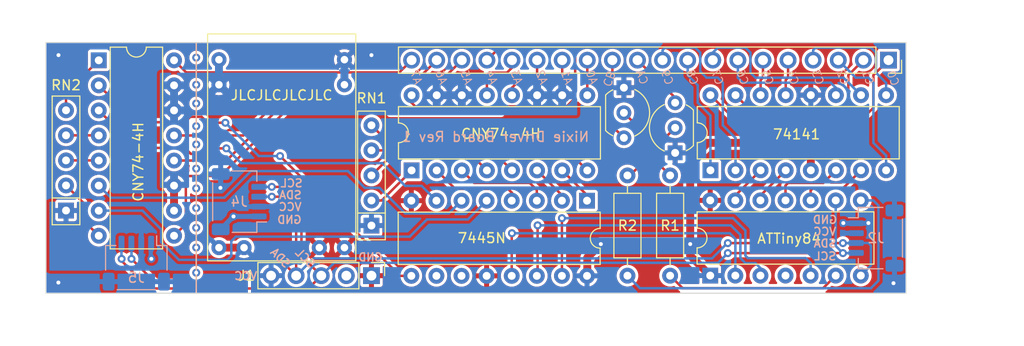
<source format=kicad_pcb>
(kicad_pcb (version 20221018) (generator pcbnew)
  (layers (0 "F.Cu" signal) (31 "B.Cu" signal) (34 "B.Paste" user) (35 "F.Paste" user) (36 "B.SilkS" user "B.Silkscreen") (37 "F.SilkS" user "F.Silkscreen") (38 "B.Mask" user) (39 "F.Mask" user) (44 "Edge.Cuts" user))
  (net 0 "")
  (net 1 "GND")
  (net 3 "/SCL")
  (net 4 "/SDA")
  (net 5 "VCC")
  (net 6 "/C0")
  (net 7 "/C1")
  (net 8 "/C2")
  (net 9 "/C3")
  (net 10 "/C4")
  (net 11 "/C5")
  (net 12 "/C6")
  (net 13 "/C7")
  (net 14 "/C8")
  (net 15 "/C9")
  (net 16 "/CA")
  (net 17 "/CB")
  (net 18 "/A0")
  (net 19 "/A1")
  (net 20 "/A2")
  (net 21 "/A3")
  (net 22 "/A4")
  (net 23 "/A5")
  (net 24 "/A6")
  (net 25 "/A7")
  (net 26 "Net-(Q1-Pad2)")
  (net 27 "Net-(Q2-Pad2)")
  (net 28 "/LHDP")
  (net 29 "/RHDP")
  (net 30 "/dig_0")
  (net 31 "/dig_1")
  (net 33 "/dig_2")
  (net 34 "/num_3")
  (net 35 "/num_2")
  (net 36 "/num_1")
  (net 37 "/num_0")
  (net 38 "/drv_A7")
  (net 39 "/drv_A6")
  (net 40 "/drv_A5")
  (net 41 "/drv_A4")
  (net 42 "/drv_A3")
  (net 43 "/drv_A2")
  (net 44 "/drv_A1")
  (net 45 "/drv_A0")
  (net 46 "HT")
  (net 47 "Net-(RN1-Pad2)")
  (net 48 "Net-(RN1-Pad3)")
  (net 49 "Net-(RN1-Pad4)")
  (net 50 "Net-(RN1-Pad5)")
  (net 51 "Net-(RN2-Pad2)")
  (net 52 "Net-(RN2-Pad3)")
  (net 53 "Net-(RN2-Pad4)")
  (net 54 "Net-(RN2-Pad5)")
  (footprint "Package_DIP:DIP-14_W7.62mm" (layer "F.Cu") (at 96.769 54.092 90)
    (fp_text reference "U1" hide)
    (fp_text value "ATtiny84-20P")
  )
  (footprint "Package_TO_SOT_THT:TO-92_Inline_Wide" (layer "F.Cu") (at 93.218 41.656 90)
    (fp_text reference "Q1" hide)
    (fp_text value "MPSA42")
  )
  (footprint "nixie-parts:small-hv-1.1" (layer "F.Cu") (at 53.4 41.1 180)
    (fp_text reference "U6" hide)
    (fp_text value "small-hv-1.1")
  )
  (footprint "Resistor_THT:R_Axial_DIN0207_L6.3mm_D2.5mm_P10.16mm_Horizontal" (layer "F.Cu") (at 88.392 54.102 90)
    (fp_text reference "R2")
    (fp_text value "100K")
  )
  (footprint "Package_DIP:DIP-16_W7.62mm" (layer "F.Cu") (at 34.886 32.273)
    (fp_text reference "U5" hide)
    (fp_text value "CNY74-4H")
  )
  (footprint "Resistor_THT:R_Array_SIP5" (layer "F.Cu") (at 31.574 47.498 90)
    (fp_text reference "RN2")
    (fp_text value "220")
  )
  (footprint "Package_DIP:DIP-16_W7.62mm" (layer "F.Cu") (at 96.789 43.424 90)
    (fp_text reference "U2" hide)
    (fp_text value "74141")
  )
  (footprint "Resistor_THT:R_Array_SIP5" (layer "F.Cu") (at 62.484 49.022 90)
    (fp_text reference "RN1")
    (fp_text value "220")
  )
  (footprint "Package_DIP:DIP-16_W7.62mm" (layer "F.Cu") (at 66.548 43.434 90)
    (fp_text reference "U4" hide)
    (fp_text value "CNY74-4H")
  )
  (footprint "Resistor_THT:R_Axial_DIN0207_L6.3mm_D2.5mm_P10.16mm_Horizontal" (layer "F.Cu") (at 92.71 54.102 90)
    (fp_text reference "R1")
    (fp_text value "100K")
  )
  (footprint "Package_DIP:DIP-16_W7.62mm" (layer "F.Cu") (at 84.3 46.5 -90)
    (fp_text reference "U3" hide)
    (fp_text value "7445")
  )
  (footprint "Connector_PinSocket_2.54mm:PinSocket_1x20_P2.54mm_Vertical" (layer "F.Cu") (at 114.808 32.258 -90)
    (fp_text reference "J3" hide)
    (fp_text value "Conn_01x20")
  )
  (footprint "Connector_PinHeader_2.54mm:PinHeader_1x05_P2.54mm_Vertical" (layer "F.Cu") (at 62.484 54.102 -90)
    (fp_text reference "J1")
    (fp_text value "Conn_01x05")
  )
  (footprint "Package_TO_SOT_THT:TO-92_Inline_Wide" (layer "F.Cu") (at 88.032 35.052 -90)
    (fp_text reference "Q2" hide)
    (fp_text value "MPSA42")
  )
  (footprint "Connector_JST:JST_SH_SM04B-SRSS-TB_1x04-1MP_P1.00mm_Horizontal" (layer "B.Cu") (at 49.1 46.6 90)
    (fp_text reference "J4")
    (fp_text value "Conn_01x04_MountingPin")
  )
  (footprint "Connector_JST:JST_SH_SM04B-SRSS-TB_1x04-1MP_P1.00mm_Horizontal" (layer "B.Cu") (at 38.686 52.832 180)
    (fp_text reference "J5")
    (fp_text value "Conn_01x04_MountingPin")
  )
  (footprint "Connector_JST:JST_SH_SM04B-SRSS-TB_1x04-1MP_P1.00mm_Horizontal" (layer "B.Cu") (at 113.538 50.292 -90)
    (fp_text reference "J2")
    (fp_text value "Conn_01x04_MountingPin")
  )
  (gr_line (start 44.75 54.75) (end 44.75 55.85) (stroke (width 0.12)) (layer "B.SilkS"))
  (gr_line (start 44.75 55.85) (end 44.75 30.5) (stroke (width 0.12)) (layer "B.SilkS"))
  (gr_line (start 44.75 55.85) (end 44.75 30.5) (stroke (width 0.12)) (layer "F.SilkS"))
  (gr_line (start 29.542 55.88) (end 101.6 55.88) (stroke (width 0.1)) (layer "Edge.Cuts"))
  (gr_line (start 116.586 55.88) (end 116.586 30.48) (stroke (width 0.1)) (layer "Edge.Cuts"))
  (gr_line (start 101.6 55.88) (end 116.586 55.88) (stroke (width 0.1)) (layer "Edge.Cuts"))
  (gr_line (start 29.542 30.48) (end 29.542 55.88) (stroke (width 0.1)) (layer "Edge.Cuts"))
  (gr_line (start 29.542 30.48) (end 101.6 30.48) (stroke (width 0.1)) (layer "Edge.Cuts"))
  (gr_line (start 116.586 30.48) (end 101.6 30.48) (stroke (width 0.1)) (layer "Edge.Cuts"))
  (gr_text "C8" (at 94.9452 33.9852 290) (layer "B.SilkS") (effects (font (size 0.8 0.8) (thickness 0.1)) (justify mirror)))
  (gr_text "C6" (at 100.0252 33.9852 290) (layer "B.SilkS") (effects (font (size 0.8 0.8) (thickness 0.1)) (justify mirror)))
  (gr_text "Nixie Driver Board Rev 1" (at 75.0316 40.0304) (layer "B.SilkS") (effects (font (size 1 1)) (justify mirror)))
  (gr_text "C4" (at 105.1052 33.9852 290) (layer "B.SilkS") (effects (font (size 0.8 0.8) (thickness 0.1)) (justify mirror)))
  (gr_text "SCL" (at 109.6 52.6) (layer "B.SilkS") (effects (font (size 0.8 0.8)) (justify left bottom mirror)))
  (gr_text "C5" (at 102.5652 33.9852 290) (layer "B.SilkS") (effects (font (size 0.8 0.8) (thickness 0.1)) (justify mirror)))
  (gr_text "A4" (at 74.6252 33.9852 290) (layer "B.SilkS") (effects (font (size 0.8 0.8) (thickness 0.1)) (justify mirror)))
  (gr_text "SCL" (at 56.3 53.5 -45) (layer "B.SilkS") (effects (font (size 0.8 0.8)) (justify left bottom mirror)))
  (gr_text "A1" (at 82.2452 33.9852 290) (layer "B.SilkS") (effects (font (size 0.8 0.8) (thickness 0.1)) (justify mirror)))
  (gr_text "VCC" (at 51 54.6) (layer "B.SilkS") (effects (font (size 0.8 0.8)) (justify left bottom mirror)))
  (gr_text "SDA" (at 53.8 53.5 -45) (layer "B.SilkS") (effects (font (size 0.8 0.8)) (justify left bottom mirror)))
  (gr_text "CB" (at 86.5124 34.1376 250) (layer "B.SilkS") (effects (font (size 0.8 0.8) (thickness 0.1)) (justify mirror)))
  (gr_text "VCC" (at 55.5 47.6) (layer "B.SilkS") (effects (font (size 0.8 0.8)) (justify left bottom mirror)))
  (gr_text "CA" (at 89.8652 33.9852 290) (layer "B.SilkS") (effects (font (size 0.8 0.8) (thickness 0.1)) (justify mirror)))
  (gr_text "C1" (at 112.7252 33.9852 290) (layer "B.SilkS") (effects (font (size 0.8 0.8) (thickness 0.1)) (justify mirror)))
  (gr_text "C0" (at 115.2652 34.0868 290) (layer "B.SilkS") (effects (font (size 0.8 0.8) (thickness 0.1)) (justify mirror)))
  (gr_text "A6" (at 69.5452 33.9852 290) (layer "B.SilkS") (effects (font (size 0.8 0.8) (thickness 0.1)) (justify mirror)))
  (gr_text "A5" (at 72.0852 33.9852 290) (layer "B.SilkS") (effects (font (size 0.8 0.8) (thickness 0.1)) (justify mirror)))
  (gr_text "GND" (at 63.7 52.7) (layer "B.SilkS") (effects (font (size 0.8 0.8)) (justify left bottom mirror)))
  (gr_text "A2" (at 79.7052 33.9852 290) (layer "B.SilkS") (effects (font (size 0.8 0.8) (thickness 0.1)) (justify mirror)))
  (gr_text "SDA" (at 55.5 46.4) (layer "B.SilkS") (effects (font (size 0.8 0.8)) (justify left bottom mirror)))
  (gr_text "C2" (at 110.1852 33.9852 290) (layer "B.SilkS") (effects (font (size 0.8 0.8) (thickness 0.1)) (justify mirror)))
  (gr_text "GND" (at 55.5 48.9) (layer "B.SilkS") (effects (font (size 0.8 0.8)) (justify left bottom mirror)))
  (gr_text "C9" (at 92.4052 33.9852 290) (layer "B.SilkS") (effects (font (size 0.8 0.8) (thickness 0.1)) (justify mirror)))
  (gr_text "VCC" (at 109.6 50.1) (layer "B.SilkS") (effects (font (size 0.8 0.8)) (justify left bottom mirror)))
  (gr_text "A3" (at 77.1652 33.9852 290) (layer "B.SilkS") (effects (font (size 0.8 0.8) (thickness 0.1)) (justify mirror)))
  (gr_text "C3" (at 107.6452 33.9852 290) (layer "B.SilkS") (effects (font (size 0.8 0.8) (thickness 0.1)) (justify mirror)))
  (gr_text "A0" (at 84.7852 33.9852 290) (layer "B.SilkS") (effects (font (size 0.8 0.8) (thickness 0.1)) (justify mirror)))
  (gr_text "GND" (at 109.7 48.9) (layer "B.SilkS") (effects (font (size 0.8 0.8)) (justify left bottom mirror)))
  (gr_text "C7" (at 97.4852 33.9852 290) (layer "B.SilkS") (effects (font (size 0.8 0.8) (thickness 0.1)) (justify mirror)))
  (gr_text "SCL" (at 55.6 45.2) (layer "B.SilkS") (effects (font (size 0.8 0.8)) (justify left bottom mirror)))
  (gr_text "A7" (at 67.0052 33.9852 290) (layer "B.SilkS") (effects (font (size 0.8 0.8) (thickness 0.1)) (justify mirror)))
  (gr_text "SDA" (at 109.6 51.3) (layer "B.SilkS") (effects (font (size 0.8 0.8)) (justify left bottom mirror)))
  (gr_text "ATTiny84" (at 104.7496 50.3428) (layer "F.SilkS") (effects (font (size 1 1))))
  (gr_text "CNY74-4H" (at 75.5904 39.7256) (layer "F.SilkS") (effects (font (size 1 1))))
  (gr_text "7445N" (at 73.65 50.292) (layer "F.SilkS") (effects (font (size 1 1))))
  (gr_text "74141" (at 105.5116 39.7764) (layer "F.SilkS") (effects (font (size 1 1))))
  (gr_text "JLCJLCJLCJLC" (at 48.15 36.4) (layer "F.SilkS") (effects (font (size 1 1)) (justify left bottom)))
  (gr_text "CNY74-4H" (at 38.8892 42.5704 90) (layer "F.SilkS") (effects (font (size 1 1))))
  (via (at 44.75 47.25) (size 0.8) (drill 0.4) (layers "F.Cu" "B.Cu") (net 0))
  (via (at 44.75 45.25) (size 0.8) (drill 0.4) (layers "F.Cu" "B.Cu") (net 0))
  (via (at 44.75 36.65) (size 0.8) (drill 0.4) (layers "F.Cu" "B.Cu") (net 0))
  (via (at 44.75 51.25) (size 0.8) (drill 0.4) (layers "F.Cu" "B.Cu") (net 0))
  (via (at 44.75 49.25) (size 0.8) (drill 0.4) (layers "F.Cu" "B.Cu") (net 0))
  (via (at 44.75 38.95) (size 0.8) (drill 0.4) (layers "F.Cu" "B.Cu") (net 0))
  (via (at 44.75 53.8) (size 0.8) (drill 0.4) (layers "F.Cu" "B.Cu") (net 0))
  (via (at 44.75 43.25) (size 0.8) (drill 0.4) (layers "F.Cu" "B.Cu") (net 0))
  (via (at 44.75 40.8) (size 0.8) (drill 0.4) (layers "F.Cu" "B.Cu") (net 0))
  (via (at 44.75 32) (size 0.8) (drill 0.4) (layers "F.Cu" "B.Cu") (net 0))
  (via (at 44.75 34.75) (size 0.8) (drill 0.4) (layers "F.Cu" "B.Cu") (net 0))
  (via (at 112.776 48.768) (size 0.8) (drill 0.4) (layers "F.Cu" "B.Cu") (net 1))
  (via (at 115.316 54.864) (size 0.8) (drill 0.4) (layers "F.Cu" "B.Cu") (net 1))
  (via (at 47.2 45.2) (size 0.8) (drill 0.4) (layers "F.Cu" "B.Cu") (net 1))
  (via (at 48.525 48.1) (size 0.8) (drill 0.4) (layers "F.Cu" "B.Cu") (net 1))
  (via (at 110.236 48.768) (size 0.8) (drill 0.4) (layers "F.Cu" "B.Cu") (net 1))
  (via (at 62.484 31.75) (size 0.8) (drill 0.4) (layers "F.Cu" "B.Cu") (net 1))
  (via (at 30.812 31.75) (size 0.8) (drill 0.4) (layers "F.Cu" "B.Cu") (net 1))
  (via (at 30.8 54.8) (size 0.8) (drill 0.4) (layers "F.Cu" "B.Cu") (net 1))
  (via (at 40.21 52.4) (size 0.8) (drill 0.4) (layers "F.Cu" "B.Cu") (net 1))
  (segment (start 111.538 48.792) (end 112.752 48.792) (width 0.25) (layer "B.Cu") (net 1))
  (segment (start 48.525 48.1) (end 47.225 49.4) (width 0.5) (layer "B.Cu") (net 1))
  (segment (start 47.225 43.8) (end 47.225 45.175) (width 0.5) (layer "B.Cu") (net 1))
  (segment (start 40.21 52.4) (end 40.21 50.856) (width 0.25) (layer "B.Cu") (net 1))
  (segment (start 59.75 32.21) (end 59.75 34.75) (width 0.8) (layer "B.Cu") (net 1))
  (segment (start 110.26 48.792) (end 110.236 48.768) (width 0.25) (layer "B.Cu") (net 1))
  (segment (start 111.538 48.792) (end 110.26 48.792) (width 0.25) (layer "B.Cu") (net 1))
  (segment (start 112.752 48.792) (end 112.776 48.768) (width 0.25) (layer "B.Cu") (net 1))
  (segment (start 40.21 50.856) (end 40.186 50.832) (width 0.25) (layer "B.Cu") (net 1))
  (segment (start 51.1 48.1) (end 48.525 48.1) (width 0.5) (layer "B.Cu") (net 1))
  (segment (start 47.225 45.175) (end 47.2 45.2) (width 0.5) (layer "B.Cu") (net 1))
  (segment (start 40 55.4) (end 56.106 55.4) (width 0.25) (layer "F.Cu") (net 3))
  (segment (start 37.200497 52.600497) (end 40 55.4) (width 0.25) (layer "F.Cu") (net 3))
  (segment (start 55.4 50.8) (end 55.4 46.4) (width 0.25) (layer "F.Cu") (net 3))
  (segment (start 54.3 45.3) (end 54.100497 45.100497) (width 0.25) (layer "F.Cu") (net 3))
  (segment (start 54.100497 45.100497) (end 52.4 45.100497) (width 0.25) (layer "F.Cu") (net 3))
  (segment (start 56.106 55.4) (end 57.404 54.102) (width 0.25) (layer "F.Cu") (net 3))
  (segment (start 55.4 52.098) (end 55.4 50.8) (width 0.25) (layer "F.Cu") (net 3))
  (segment (start 55.4 46.4) (end 54.3 45.3) (width 0.25) (layer "F.Cu") (net 3))
  (segment (start 98.552 51.816) (end 110.2 51.816) (width 0.25) (layer "F.Cu") (net 3))
  (segment (start 37.200497 52.4) (end 37.200497 52.600497) (width 0.25) (layer "F.Cu") (net 3))
  (segment (start 57.404 54.102) (end 55.4 52.098) (width 0.25) (layer "F.Cu") (net 3))
  (via (at 37.200497 52.4) (size 0.8) (drill 0.4) (layers "F.Cu" "B.Cu") (net 3))
  (via (at 52.4 45.100497) (size 0.8) (drill 0.4) (layers "F.Cu" "B.Cu") (net 3))
  (via (at 110.2 51.816) (size 0.8) (drill 0.4) (layers "F.Cu" "B.Cu") (net 3))
  (via (at 98.552 51.816) (size 0.8) (drill 0.4) (layers "F.Cu" "B.Cu") (net 3))
  (segment (start 110.190695 51.816) (end 109.469 51.094305) (width 0.25) (layer "B.Cu") (net 3))
  (segment (start 37.200497 52.4) (end 37.186 52.385503) (width 0.25) (layer "B.Cu") (net 3))
  (segment (start 51.100497 45.100497) (end 51.1 45.1) (width 0.25) (layer "B.Cu") (net 3))
  (segment (start 111.514 51.816) (end 111.538 51.792) (width 0.25) (layer "B.Cu") (net 3))
  (segment (start 58.706 52.8) (end 97.568 52.8) (width 0.25) (layer "B.Cu") (net 3))
  (segment (start 37.186 52.385503) (end 37.186 50.832) (width 0.25) (layer "B.Cu") (net 3))
  (segment (start 52.4 45.100497) (end 51.100497 45.100497) (width 0.25) (layer "B.Cu") (net 3))
  (segment (start 110.2 51.816) (end 111.514 51.816) (width 0.25) (layer "B.Cu") (net 3))
  (segment (start 57.404 54.102) (end 58.706 52.8) (width 0.25) (layer "B.Cu") (net 3))
  (segment (start 110.2 51.816) (end 110.190695 51.816) (width 0.25) (layer "B.Cu") (net 3))
  (segment (start 109.469 51.094305) (end 109.469 46.472) (width 0.25) (layer "B.Cu") (net 3))
  (segment (start 97.568 52.8) (end 98.552 51.816) (width 0.25) (layer "B.Cu") (net 3))
  (segment (start 53.462 52.7) (end 51.5 52.7) (width 0.25) (layer "F.Cu") (net 4))
  (segment (start 51.5 52.7) (end 49.373 54.827) (width 0.25) (layer "F.Cu") (net 4))
  (segment (start 54.864 46.664) (end 54.3 46.1) (width 0.25) (layer "F.Cu") (net 4))
  (segment (start 54.864 51.364) (end 54.864 46.664) (width 0.25) (layer "F.Cu") (net 4))
  (segment (start 54.3 46.1) (end 52.4 46.1) (width 0.25) (layer "F.Cu") (net 4))
  (segment (start 110.2 50.8) (end 98.552 50.8) (width 0.25) (layer "F.Cu") (net 4))
  (segment (start 49.373 54.827) (end 40.627 54.827) (width 0.25) (layer "F.Cu") (net 4))
  (segment (start 40.627 54.827) (end 38.2 52.4) (width 0.25) (layer "F.Cu") (net 4))
  (segment (start 54.864 54.102) (end 53.462 52.7) (width 0.25) (layer "F.Cu") (net 4))
  (segment (start 54.864 54.102) (end 54.864 51.364) (width 0.25) (layer "F.Cu") (net 4))
  (via (at 110.2 50.8) (size 0.8) (drill 0.4) (layers "F.Cu" "B.Cu") (net 4))
  (via (at 52.4 46.1) (size 0.8) (drill 0.4) (layers "F.Cu" "B.Cu") (net 4))
  (via (at 38.2 52.4) (size 0.8) (drill 0.4) (layers "F.Cu" "B.Cu") (net 4))
  (via (at 98.552 50.8) (size 0.8) (drill 0.4) (layers "F.Cu" "B.Cu") (net 4))
  (segment (start 110.2 50.8) (end 111.53 50.8) (width 0.25) (layer "B.Cu") (net 4))
  (segment (start 38.2 52.4) (end 38.2 50.846) (width 0.25) (layer "B.Cu") (net 4))
  (segment (start 112.009 54.092) (end 113.03 53.071) (width 0.25) (layer "B.Cu") (net 4))
  (segment (start 98.5 50.8) (end 96.95 52.35) (width 0.25) (layer "B.Cu") (net 4))
  (segment (start 56.616 52.35) (end 54.864 54.102) (width 0.25) (layer "B.Cu") (net 4))
  (segment (start 113.03 51.054) (end 112.768 50.792) (width 0.25) (layer "B.Cu") (net 4))
  (segment (start 98.552 50.8) (end 98.5 50.8) (width 0.25) (layer "B.Cu") (net 4))
  (segment (start 112.768 50.792) (end 111.538 50.792) (width 0.25) (layer "B.Cu") (net 4))
  (segment (start 111.53 50.8) (end 111.538 50.792) (width 0.25) (layer "B.Cu") (net 4))
  (segment (start 52.4 46.1) (end 51.1 46.1) (width 0.25) (layer "B.Cu") (net 4))
  (segment (start 96.95 52.35) (end 56.616 52.35) (width 0.25) (layer "B.Cu") (net 4))
  (segment (start 113.03 53.071) (end 113.03 51.054) (width 0.25) (layer "B.Cu") (net 4))
  (segment (start 38.2 50.846) (end 38.186 50.832) (width 0.25) (layer "B.Cu") (net 4))
  (segment (start 96.52 40.64) (end 105.664 40.64) (width 0.8) (layer "F.Cu") (net 5))
  (segment (start 85.7 50.9) (end 84.328 52.272) (width 0.8) (layer "F.Cu") (net 5))
  (segment (start 94.742 42.418) (end 96.52 40.64) (width 0.8) (layer "F.Cu") (net 5))
  (segment (start 105.664 40.64) (end 106.949 41.925) (width 0.8) (layer "F.Cu") (net 5))
  (segment (start 96.769 54.092) (end 96.764 54.092) (width 0.8) (layer "F.Cu") (net 5))
  (segment (start 84.328 52.272) (end 84.328 54.102) (width 0.8) (layer "F.Cu") (net 5))
  (segment (start 96.764 54.092) (end 94.742 52.07) (width 0.8) (layer "F.Cu") (net 5))
  (segment (start 94.742 50.9) (end 94.742 42.418) (width 0.8) (layer "F.Cu") (net 5))
  (segment (start 94.742 52.07) (end 94.742 50.9) (width 0.8) (layer "F.Cu") (net 5))
  (segment (start 106.949 41.925) (end 106.949 43.424) (width 0.8) (layer "F.Cu") (net 5))
  (segment (start 47.05 51.26) (end 49.59 51.26) (width 0.8) (layer "F.Cu") (net 5))
  (segment (start 85.7 50.9) (end 94.742 50.9) (width 0.8) (layer "F.Cu") (net 5))
  (via (at 85.7 50.9) (size 0.8) (drill 0.4) (layers "F.Cu" "B.Cu") (net 5))
  (via (at 94.742 50.9) (size 0.8) (drill 0.4) (layers "F.Cu" "B.Cu") (net 5))
  (segment (start 31.574 47.498) (end 31.598 47.498) (width 0.5) (layer "B.Cu") (net 5))
  (segment (start 113.284 33.782) (end 114.808 32.258) (width 0.25) (layer "F.Cu") (net 6))
  (segment (start 113.284 37.084) (end 113.284 33.782) (width 0.25) (layer "F.Cu") (net 6))
  (segment (start 98.831 37.846) (end 112.522 37.846) (width 0.25) (layer "F.Cu") (net 6))
  (segment (start 96.789 35.804) (end 98.831 37.846) (width 0.25) (layer "F.Cu") (net 6))
  (segment (start 112.522 37.846) (end 113.284 37.084) (width 0.25) (layer "F.Cu") (net 6))
  (segment (start 110.744 33.782) (end 112.268 32.258) (width 0.25) (layer "F.Cu") (net 7))
  (segment (start 99.329 35.804) (end 100.863 37.338) (width 0.25) (layer "F.Cu") (net 7))
  (segment (start 110.744 36.83) (end 110.744 33.782) (width 0.25) (layer "F.Cu") (net 7))
  (segment (start 110.236 37.338) (end 110.744 36.83) (width 0.25) (layer "F.Cu") (net 7))
  (segment (start 100.863 37.338) (end 110.236 37.338) (width 0.25) (layer "F.Cu") (net 7))
  (segment (start 114.569 43.424) (end 114.569 41.925) (width 0.25) (layer "B.Cu") (net 8))
  (segment (start 112.776 34.036) (end 111.506 34.036) (width 0.25) (layer "B.Cu") (net 8))
  (segment (start 111.506 34.036) (end 109.728 32.258) (width 0.25) (layer "B.Cu") (net 8))
  (segment (start 113.284 34.544) (end 112.776 34.036) (width 0.25) (layer "B.Cu") (net 8))
  (segment (start 113.284 40.64) (end 113.284 34.544) (width 0.25) (layer "B.Cu") (net 8))
  (segment (start 114.569 41.925) (end 113.284 40.64) (width 0.25) (layer "B.Cu") (net 8))
  (segment (start 114.569 34.559) (end 113.538 33.528) (width 0.25) (layer "B.Cu") (net 9))
  (segment (start 113.538 31.496) (end 113.03 30.988) (width 0.25) (layer "B.Cu") (net 9))
  (segment (start 113.538 33.528) (end 113.538 31.496) (width 0.25) (layer "B.Cu") (net 9))
  (segment (start 113.03 30.988) (end 107.442 30.988) (width 0.25) (layer "B.Cu") (net 9))
  (segment (start 114.569 35.804) (end 114.569 34.559) (width 0.25) (layer "B.Cu") (net 9))
  (segment (start 107.188 31.242) (end 107.188 32.258) (width 0.25) (layer "B.Cu") (net 9))
  (segment (start 107.442 30.988) (end 107.188 31.242) (width 0.25) (layer "B.Cu") (net 9))
  (segment (start 104.648 34.036) (end 104.648 32.258) (width 0.25) (layer "F.Cu") (net 10))
  (segment (start 104.409 34.275) (end 104.648 34.036) (width 0.25) (layer "F.Cu") (net 10))
  (segment (start 104.409 35.804) (end 104.409 34.275) (width 0.25) (layer "F.Cu") (net 10))
  (segment (start 101.869 34.275) (end 102.108 34.036) (width 0.25) (layer "F.Cu") (net 11))
  (segment (start 101.869 35.804) (end 101.869 34.275) (width 0.25) (layer "F.Cu") (net 11))
  (segment (start 102.108 34.036) (end 102.108 32.258) (width 0.25) (layer "F.Cu") (net 11))
  (segment (start 109.474 35.789) (end 109.474 35.052) (width 0.25) (layer "B.Cu") (net 12))
  (segment (start 100.076 34.544) (end 99.568 34.036) (width 0.25) (layer "B.Cu") (net 12))
  (segment (start 109.474 35.052) (end 108.966 34.544) (width 0.25) (layer "B.Cu") (net 12))
  (segment (start 99.568 34.036) (end 99.568 32.258) (width 0.25) (layer "B.Cu") (net 12))
  (segment (start 108.966 34.544) (end 100.076 34.544) (width 0.25) (layer "B.Cu") (net 12))
  (segment (start 109.489 35.804) (end 109.474 35.789) (width 0.25) (layer "B.Cu") (net 12))
  (segment (start 100.838 33.528) (end 100.838 31.496) (width 0.25) (layer "B.Cu") (net 13))
  (segment (start 97.536 30.988) (end 97.028 31.496) (width 0.25) (layer "B.Cu") (net 13))
  (segment (start 100.33 30.988) (end 97.536 30.988) (width 0.25) (layer "B.Cu") (net 13))
  (segment (start 112.029 35.804) (end 110.261 34.036) (width 0.25) (layer "B.Cu") (net 13))
  (segment (start 100.838 31.496) (end 100.33 30.988) (width 0.25) (layer "B.Cu") (net 13))
  (segment (start 101.346 34.036) (end 100.838 33.528) (width 0.25) (layer "B.Cu") (net 13))
  (segment (start 110.261 34.036) (end 101.346 34.036) (width 0.25) (layer "B.Cu") (net 13))
  (segment (start 97.028 31.496) (end 97.028 32.258) (width 0.25) (layer "B.Cu") (net 13))
  (segment (start 95.504 34.798) (end 95.504 36.576) (width 0.25) (layer "B.Cu") (net 14))
  (segment (start 94.488 33.782) (end 95.504 34.798) (width 0.25) (layer "B.Cu") (net 14))
  (segment (start 95.504 36.576) (end 96.789 37.861) (width 0.25) (layer "B.Cu") (net 14))
  (segment (start 96.789 37.861) (end 96.789 43.424) (width 0.25) (layer "B.Cu") (net 14))
  (segment (start 94.488 32.258) (end 94.488 33.782) (width 0.25) (layer "B.Cu") (net 14))
  (segment (start 95.758 31.496) (end 95.25 30.988) (width 0.25) (layer "B.Cu") (net 15))
  (segment (start 95.758 33.401) (end 95.758 31.496) (width 0.25) (layer "B.Cu") (net 15))
  (segment (start 99.329 43.424) (end 99.329 40.147) (width 0.25) (layer "B.Cu") (net 15))
  (segment (start 99.329 40.147) (end 98.044 38.862) (width 0.25) (layer "B.Cu") (net 15))
  (segment (start 96.393 34.036) (end 95.758 33.401) (width 0.25) (layer "B.Cu") (net 15))
  (segment (start 98.044 34.544) (end 97.536 34.036) (width 0.25) (layer "B.Cu") (net 15))
  (segment (start 97.536 34.036) (end 96.393 34.036) (width 0.25) (layer "B.Cu") (net 15))
  (segment (start 91.948 31.242) (end 91.948 32.258) (width 0.25) (layer "B.Cu") (net 15))
  (segment (start 95.25 30.988) (end 92.202 30.988) (width 0.25) (layer "B.Cu") (net 15))
  (segment (start 92.202 30.988) (end 91.948 31.242) (width 0.25) (layer "B.Cu") (net 15))
  (segment (start 98.044 38.862) (end 98.044 34.544) (width 0.25) (layer "B.Cu") (net 15))
  (segment (start 89.408 32.258) (end 93.218 36.068) (width 0.25) (layer "F.Cu") (net 16))
  (segment (start 93.218 36.068) (end 93.218 36.576) (width 0.25) (layer "F.Cu") (net 16))
  (segment (start 86.868 38.968) (end 88.032 40.132) (width 0.25) (layer "F.Cu") (net 17))
  (segment (start 86.868 32.258) (end 86.868 38.968) (width 0.25) (layer "F.Cu") (net 17))
  (segment (start 84.328 35.814) (end 84.328 32.258) (width 0.25) (layer "F.Cu") (net 18))
  (segment (start 81.28 34.544) (end 81.788 34.036) (width 0.25) (layer "F.Cu") (net 19))
  (segment (start 76.708 35.814) (end 76.708 35.052) (width 0.25) (layer "F.Cu") (net 19))
  (segment (start 77.216 34.544) (end 81.28 34.544) (width 0.25) (layer "F.Cu") (net 19))
  (segment (start 76.708 35.052) (end 77.216 34.544) (width 0.25) (layer "F.Cu") (net 19))
  (segment (start 81.788 34.036) (end 81.788 32.258) (width 0.25) (layer "F.Cu") (net 19))
  (segment (start 79.248 33.58648) (end 78.74 34.09448) (width 0.25) (layer "F.Cu") (net 20))
  (segment (start 74.168 34.544) (end 74.168 35.814) (width 0.25) (layer "F.Cu") (net 20))
  (segment (start 74.61752 34.09448) (end 74.168 34.544) (width 0.25) (layer "F.Cu") (net 20))
  (segment (start 78.74 34.09448) (end 74.61752 34.09448) (width 0.25) (layer "F.Cu") (net 20))
  (segment (start 79.248 32.258) (end 79.248 33.58648) (width 0.25) (layer "F.Cu") (net 20))
  (segment (start 72.39 37.084) (end 67.056 37.084) (width 0.25) (layer "F.Cu") (net 21))
  (segment (start 67.056 37.084) (end 66.548 36.576) (width 0.25) (layer "F.Cu") (net 21))
  (segment (start 76.2 33.528) (end 74.422 33.528) (width 0.25) (layer "F.Cu") (net 21))
  (segment (start 66.548 36.576) (end 66.548 35.814) (width 0.25) (layer "F.Cu") (net 21))
  (segment (start 74.422 33.528) (end 72.898 35.052) (width 0.25) (layer "F.Cu") (net 21))
  (segment (start 72.898 36.576) (end 72.39 37.084) (width 0.25) (layer "F.Cu") (net 21))
  (segment (start 72.898 35.052) (end 72.898 36.576) (width 0.25) (layer "F.Cu") (net 21))
  (segment (start 76.708 32.258) (end 76.708 33.02) (width 0.25) (layer "F.Cu") (net 21))
  (segment (start 76.708 33.02) (end 76.2 33.528) (width 0.25) (layer "F.Cu") (net 21))
  (segment (start 76.242009 36.939) (end 82.253991 36.939) (width 0.25) (layer "F.Cu") (net 22))
  (segment (start 75.581009 37.6) (end 76.242009 36.939) (width 0.25) (layer "F.Cu") (net 22))
  (segment (start 82.253991 36.939) (end 83.1 36.092991) (width 0.25) (layer "F.Cu") (net 22))
  (segment (start 83.1 36.092991) (end 83.1 31.6) (width 0.25) (layer "F.Cu") (net 22))
  (segment (start 54 37.2) (end 64 37.2) (width 0.25) (layer "F.Cu") (net 22))
  (segment (start 82.5 31) (end 75.426 31) (width 0.25) (layer "F.Cu") (net 22))
  (segment (start 47.2 44) (end 54 37.2) (width 0.25) (layer "F.Cu") (net 22))
  (segment (start 83.1 31.6) (end 82.5 31) (width 0.25) (layer "F.Cu") (net 22))
  (segment (start 44 44) (end 47.2 44) (width 0.25) (layer "F.Cu") (net 22))
  (segment (start 64.4 37.6) (end 75.581009 37.6) (width 0.25) (layer "F.Cu") (net 22))
  (segment (start 75.426 31) (end 74.168 32.258) (width 0.25) (layer "F.Cu") (net 22))
  (segment (start 43.7 48.859) (end 43.7 44.3) (width 0.25) (layer "F.Cu") (net 22))
  (segment (start 42.506 50.053) (end 43.7 48.859) (width 0.25) (layer "F.Cu") (net 22))
  (segment (start 64 37.2) (end 64.4 37.6) (width 0.25) (layer "F.Cu") (net 22))
  (segment (start 43.7 44.3) (end 44 44) (width 0.25) (layer "F.Cu") (net 22))
  (segment (start 69.486 34.4) (end 66.2 34.4) (width 0.25) (layer "F.Cu") (net 23))
  (segment (start 64 36.6) (end 53.65 36.6) (width 0.25) (layer "F.Cu") (net 23))
  (segment (start 71.628 32.258) (end 69.486 34.4) (width 0.25) (layer "F.Cu") (net 23))
  (segment (start 53.65 36.6) (end 47.817 42.433) (width 0.25) (layer "F.Cu") (net 23))
  (segment (start 47.817 42.433) (end 42.506 42.433) (width 0.25) (layer "F.Cu") (net 23))
  (segment (start 66.2 34.4) (end 64 36.6) (width 0.25) (layer "F.Cu") (net 23))
  (segment (start 63.7 36) (end 65.75 33.95) (width 0.25) (layer "F.Cu") (net 24))
  (segment (start 53.4 36) (end 63.7 36) (width 0.25) (layer "F.Cu") (net 24))
  (segment (start 67.396 33.95) (end 69.088 32.258) (width 0.25) (layer "F.Cu") (net 24))
  (segment (start 49.507 39.893) (end 53.4 36) (width 0.25) (layer "F.Cu") (net 24))
  (segment (start 42.506 39.893) (end 49.507 39.893) (width 0.25) (layer "F.Cu") (net 24))
  (segment (start 65.75 33.95) (end 67.396 33.95) (width 0.25) (layer "F.Cu") (net 24))
  (segment (start 42.506 32.273) (end 43.733 33.5) (width 0.25) (layer "F.Cu") (net 25))
  (segment (start 65.306 33.5) (end 66.548 32.258) (width 0.25) (layer "F.Cu") (net 25))
  (segment (start 43.733 33.5) (end 65.306 33.5) (width 0.25) (layer "F.Cu") (net 25))
  (segment (start 91.910001 40.423999) (end 91.910001 43.142001) (width 0.25) (layer "F.Cu") (net 26))
  (segment (start 93.218 39.116) (end 91.910001 40.423999) (width 0.25) (layer "F.Cu") (net 26))
  (segment (start 91.910001 43.142001) (end 92.71 43.942) (width 0.25) (layer "F.Cu") (net 26))
  (segment (start 89.408 43.18) (end 88.646 43.942) (width 0.25) (layer "F.Cu") (net 27))
  (segment (start 89.408 38.968) (end 89.408 43.18) (width 0.25) (layer "F.Cu") (net 27))
  (segment (start 88.032 37.592) (end 89.408 38.968) (width 0.25) (layer "F.Cu") (net 27))
  (segment (start 88.646 43.942) (end 88.392 43.942) (width 0.25) (layer "F.Cu") (net 27))
  (segment (start 92.71 54.102) (end 93.98 55.372) (width 0.25) (layer "F.Cu") (net 28))
  (segment (start 93.98 55.372) (end 108.189 55.372) (width 0.25) (layer "F.Cu") (net 28))
  (segment (start 108.189 55.372) (end 109.469 54.092) (width 0.25) (layer "F.Cu") (net 28))
  (segment (start 113.792 54.61) (end 113.792 46.99) (width 0.25) (layer "B.Cu") (net 29))
  (segment (start 113.03 55.372) (end 113.792 54.61) (width 0.25) (layer "B.Cu") (net 29))
  (segment (start 89.662 55.372) (end 113.03 55.372) (width 0.25) (layer "B.Cu") (net 29))
  (segment (start 113.274 46.472) (end 112.009 46.472) (width 0.25) (layer "B.Cu") (net 29))
  (segment (start 88.392 54.102) (end 89.662 55.372) (width 0.25) (layer "B.Cu") (net 29))
  (segment (start 113.792 46.99) (end 113.274 46.472) (width 0.25) (layer "B.Cu") (net 29))
  (segment (start 81.76 48.2755) (end 81.76 54.12) (width 0.25) (layer "F.Cu") (net 30))
  (via (at 81.76 48.2755) (size 0.8) (drill 0.4) (layers "F.Cu" "B.Cu") (net 30))
  (segment (start 100.584 52.324) (end 106.426 52.324) (width 0.25) (layer "B.Cu") (net 30))
  (segment (start 100.33 49.53) (end 100.33 52.07) (width 0.25) (layer "B.Cu") (net 30))
  (segment (start 106.934 52.832) (end 106.929 52.837) (width 0.25) (layer "B.Cu") (net 30))
  (segment (start 100.33 52.07) (end 100.584 52.324) (width 0.25) (layer "B.Cu") (net 30))
  (segment (start 106.426 52.324) (end 106.934 52.832) (width 0.25) (layer "B.Cu") (net 30))
  (segment (start 106.929 52.837) (end 106.929 54.092) (width 0.25) (layer "B.Cu") (net 30))
  (segment (start 99.0755 48.2755) (end 100.33 49.53) (width 0.25) (layer "B.Cu") (net 30))
  (segment (start 81.76 48.2755) (end 99.0755 48.2755) (width 0.25) (layer "B.Cu") (net 30))
  (segment (start 79.3 49) (end 79.3 54.04) (width 0.25) (layer "F.Cu") (net 31))
  (segment (start 79.3 54.04) (end 79.22 54.12) (width 0.25) (layer "F.Cu") (net 31))
  (via (at 79.3 49) (size 0.8) (drill 0.4) (layers "F.Cu" "B.Cu") (net 31))
  (segment (start 99.822 49.972) (end 98.85 49) (width 0.25) (layer "B.Cu") (net 31))
  (segment (start 100.33 52.832) (end 99.822 52.324) (width 0.25) (layer "B.Cu") (net 31))
  (segment (start 99.822 52.324) (end 99.822 49.972) (width 0.25) (layer "B.Cu") (net 31))
  (segment (start 98.85 49) (end 79.3 49) (width 0.25) (layer "B.Cu") (net 31))
  (segment (start 101.849 53.335) (end 101.346 52.832) (width 0.25) (layer "B.Cu") (net 31))
  (segment (start 101.849 54.092) (end 101.849 53.335) (width 0.25) (layer "B.Cu") (net 31))
  (segment (start 101.346 52.832) (end 100.33 52.832) (width 0.25) (layer "B.Cu") (net 31))
  (segment (start 76.68 49.82) (end 76.68 54.12) (width 0.25) (layer "F.Cu") (net 33))
  (segment (start 76.7 49.8) (end 76.68 49.82) (width 0.25) (layer "F.Cu") (net 33))
  (via (at 76.7 49.8) (size 0.8) (drill 0.4) (layers "F.Cu" "B.Cu") (net 33))
  (segment (start 98.75 49.8) (end 76.7 49.8) (width 0.25) (layer "B.Cu") (net 33))
  (segment (start 99.314 50.364) (end 98.75 49.8) (width 0.25) (layer "B.Cu") (net 33))
  (segment (start 99.314 54.087) (end 99.314 50.364) (width 0.25) (layer "B.Cu") (net 33))
  (segment (start 99.309 54.092) (end 99.314 54.087) (width 0.25) (layer "B.Cu") (net 33))
  (segment (start 104.409 43.424) (end 101.849 45.984) (width 0.25) (layer "F.Cu") (net 34))
  (segment (start 101.849 45.984) (end 101.849 46.472) (width 0.25) (layer "F.Cu") (net 34))
  (segment (start 107.188 45.212) (end 110.241 45.212) (width 0.25) (layer "F.Cu") (net 35))
  (segment (start 106.929 46.472) (end 106.929 45.471) (width 0.25) (layer "F.Cu") (net 35))
  (segment (start 110.241 45.212) (end 112.029 43.424) (width 0.25) (layer "F.Cu") (net 35))
  (segment (start 106.929 45.471) (end 107.188 45.212) (width 0.25) (layer "F.Cu") (net 35))
  (segment (start 109.489 43.424) (end 108.209 44.704) (width 0.25) (layer "F.Cu") (net 36))
  (segment (start 104.389 44.963) (end 104.389 46.472) (width 0.25) (layer "F.Cu") (net 36))
  (segment (start 104.648 44.704) (end 104.389 44.963) (width 0.25) (layer "F.Cu") (net 36))
  (segment (start 108.209 44.704) (end 104.648 44.704) (width 0.25) (layer "F.Cu") (net 36))
  (segment (start 101.869 43.424) (end 99.309 45.984) (width 0.25) (layer "F.Cu") (net 37))
  (segment (start 99.309 45.984) (end 99.309 46.472) (width 0.25) (layer "F.Cu") (net 37))
  (segment (start 34.886 34.813) (end 38.623 38.55) (width 0.25) (layer "F.Cu") (net 38))
  (segment (start 45.9 38.6) (end 47.7 38.6) (width 0.25) (layer "F.Cu") (net 38))
  (segment (start 38.623 38.55) (end 43.6 38.55) (width 0.25) (layer "F.Cu") (net 38))
  (segment (start 43.6 38.55) (end 44.15 38) (width 0.25) (layer "F.Cu") (net 38))
  (segment (start 65.379 54.12) (end 66.52 54.12) (width 0.25) (layer "F.Cu") (net 38))
  (segment (start 53.2345 41.9755) (end 65.379 54.12) (width 0.25) (layer "F.Cu") (net 38))
  (segment (start 44.15 38) (end 45.3 38) (width 0.25) (layer "F.Cu") (net 38))
  (segment (start 45.3 38) (end 45.9 38.6) (width 0.25) (layer "F.Cu") (net 38))
  (via (at 47.7 38.6) (size 0.8) (drill 0.4) (layers "F.Cu" "B.Cu") (net 38))
  (via (at 53.2345 41.9755) (size 0.8) (drill 0.4) (layers "F.Cu" "B.Cu") (net 38))
  (segment (start 53.2345 41.9755) (end 51.0755 41.9755) (width 0.25) (layer "B.Cu") (net 38))
  (segment (start 51.0755 41.9755) (end 47.7 38.6) (width 0.25) (layer "B.Cu") (net 38))
  (segment (start 44.2 41.75) (end 43.6 41.15) (width 0.25) (layer "F.Cu") (net 39))
  (segment (start 43.6 41.15) (end 38.683 41.15) (width 0.25) (layer "F.Cu") (net 39))
  (segment (start 45.925 41.2) (end 45.375 41.75) (width 0.25) (layer "F.Cu") (net 39))
  (segment (start 47.8 41.2) (end 45.925 41.2) (width 0.25) (layer "F.Cu") (net 39))
  (segment (start 38.683 41.15) (end 34.886 37.353) (width 0.25) (layer "F.Cu") (net 39))
  (segment (start 47.75 41.15) (end 47.8 41.2) (width 0.25) (layer "F.Cu") (net 39))
  (segment (start 45.375 41.75) (end 44.2 41.75) (width 0.25) (layer "F.Cu") (net 39))
  (via (at 47.8 41.2) (size 0.8) (drill 0.4) (layers "F.Cu" "B.Cu") (net 39))
  (segment (start 49.3 42.7) (end 47.8 41.2) (width 0.25) (layer "B.Cu") (net 39))
  (segment (start 63.6 42.7) (end 49.3 42.7) (width 0.25) (layer "B.Cu") (net 39))
  (segment (start 67.56 45) (end 65.9 45) (width 0.25) (layer "B.Cu") (net 39))
  (segment (start 65.9 45) (end 63.6 42.7) (width 0.25) (layer "B.Cu") (net 39))
  (segment (start 69.06 46.5) (end 67.56 45) (width 0.25) (layer "B.Cu") (net 39))
  (segment (start 71.6 46.5) (end 70.3 47.8) (width 0.25) (layer "B.Cu") (net 40))
  (segment (start 70.3 47.8) (end 65.9 47.8) (width 0.25) (layer "B.Cu") (net 40))
  (segment (start 63.3 45.2) (end 61.8 45.2) (width 0.25) (layer "B.Cu") (net 40))
  (segment (start 50.3 43.5) (end 47.6 46.2) (width 0.25) (layer "B.Cu") (net 40))
  (segment (start 61.8 45.2) (end 60.1 43.5) (width 0.25) (layer "B.Cu") (net 40))
  (segment (start 65.9 47.8) (end 63.3 45.2) (width 0.25) (layer "B.Cu") (net 40))
  (segment (start 47.6 46.2) (end 36.113 46.2) (width 0.25) (layer "B.Cu") (net 40))
  (segment (start 60.1 43.5) (end 50.3 43.5) (width 0.25) (layer "B.Cu") (net 40))
  (segment (start 36.113 46.2) (end 34.886 44.973) (width 0.25) (layer "B.Cu") (net 40))
  (segment (start 72.24 48.4) (end 68.1 48.4) (width 0.25) (layer "B.Cu") (net 41))
  (segment (start 39.306991 47.513) (end 34.886 47.513) (width 0.25) (layer "B.Cu") (net 41))
  (segment (start 74.14 46.5) (end 72.24 48.4) (width 0.25) (layer "B.Cu") (net 41))
  (segment (start 43 52.5) (end 41.2 50.7) (width 0.25) (layer "B.Cu") (net 41))
  (segment (start 66.353 50.147) (end 48.759375 50.147) (width 0.25) (layer "B.Cu") (net 41))
  (segment (start 41.2 49.406009) (end 39.306991 47.513) (width 0.25) (layer "B.Cu") (net 41))
  (segment (start 47.9 52.5) (end 43 52.5) (width 0.25) (layer "B.Cu") (net 41))
  (segment (start 48.759375 50.147) (end 48.3 50.606375) (width 0.25) (layer "B.Cu") (net 41))
  (segment (start 48.3 52.1) (end 47.9 52.5) (width 0.25) (layer "B.Cu") (net 41))
  (segment (start 68.1 48.4) (end 66.353 50.147) (width 0.25) (layer "B.Cu") (net 41))
  (segment (start 48.3 50.606375) (end 48.3 52.1) (width 0.25) (layer "B.Cu") (net 41))
  (segment (start 41.2 50.7) (end 41.2 49.406009) (width 0.25) (layer "B.Cu") (net 41))
  (segment (start 70.954 45.3) (end 76.3 45.3) (width 0.25) (layer "F.Cu") (net 42))
  (segment (start 76.7 46.48) (end 76.68 46.5) (width 0.25) (layer "F.Cu") (net 42))
  (segment (start 76.3 45.3) (end 76.7 45.7) (width 0.25) (layer "F.Cu") (net 42))
  (segment (start 76.7 45.7) (end 76.7 46.48) (width 0.25) (layer "F.Cu") (net 42))
  (segment (start 69.088 43.434) (end 70.954 45.3) (width 0.25) (layer "F.Cu") (net 42))
  (segment (start 72.894 44.7) (end 78.5 44.7) (width 0.25) (layer "F.Cu") (net 43))
  (segment (start 71.628 43.434) (end 72.894 44.7) (width 0.25) (layer "F.Cu") (net 43))
  (segment (start 79.22 45.42) (end 79.22 46.5) (width 0.25) (layer "F.Cu") (net 43))
  (segment (start 78.5 44.7) (end 79.22 45.42) (width 0.25) (layer "F.Cu") (net 43))
  (segment (start 79.248 43.434) (end 81.76 45.946) (width 0.25) (layer "F.Cu") (net 44))
  (segment (start 81.76 45.946) (end 81.76 46.5) (width 0.25) (layer "F.Cu") (net 44))
  (segment (start 81.788 43.434) (end 84.3 45.946) (width 0.25) (layer "F.Cu") (net 45))
  (segment (start 84.375 46.021) (end 84.375 46.7) (width 0.25) (layer "F.Cu") (net 45))
  (segment (start 84.3 45.946) (end 84.3 46.5) (width 0.25) (layer "F.Cu") (net 45))
  (segment (start 42.506 47.513) (end 42.506 44.973) (width 0.8) (layer "F.Cu") (net 46))
  (segment (start 47.05 32.21) (end 47.05 34.75) (width 0.8) (layer "B.Cu") (net 46))
  (segment (start 63.518 46.482) (end 62.484 46.482) (width 0.25) (layer "F.Cu") (net 47))
  (segment (start 66.548 43.452) (end 63.518 46.482) (width 0.25) (layer "F.Cu") (net 47))
  (segment (start 66.548 43.434) (end 66.548 43.452) (width 0.25) (layer "F.Cu") (net 47))
  (segment (start 64.426 42) (end 72.734 42) (width 0.25) (layer "F.Cu") (net 48))
  (segment (start 72.734 42) (end 74.168 43.434) (width 0.25) (layer "F.Cu") (net 48))
  (segment (start 62.484 43.942) (end 64.426 42) (width 0.25) (layer "F.Cu") (net 48))
  (segment (start 74.676 41.402) (end 62.484 41.402) (width 0.25) (layer "F.Cu") (net 49))
  (segment (start 76.708 43.434) (end 74.676 41.402) (width 0.25) (layer "F.Cu") (net 49))
  (segment (start 81.694 40.8) (end 84.328 43.434) (width 0.25) (layer "F.Cu") (net 50))
  (segment (start 62.484 38.862) (end 64.422 40.8) (width 0.25) (layer "F.Cu") (net 50))
  (segment (start 64.422 40.8) (end 81.694 40.8) (width 0.25) (layer "F.Cu") (net 50))
  (segment (start 33.3 48.5) (end 33.333 48.5) (width 0.25) (layer "F.Cu") (net 51))
  (segment (start 31.574 44.958) (end 33.3 46.684) (width 0.25) (layer "F.Cu") (net 51))
  (segment (start 33.3 46.684) (end 33.3 48.5) (width 0.25) (layer "F.Cu") (net 51))
  (segment (start 33.333 48.5) (end 34.886 50.053) (width 0.25) (layer "F.Cu") (net 51))
  (segment (start 31.574 42.418) (end 34.871 42.418) (width 0.25) (layer "F.Cu") (net 52))
  (segment (start 34.871 42.418) (end 34.886 42.433) (width 0.25) (layer "F.Cu") (net 52))
  (segment (start 31.574 39.878) (end 34.871 39.878) (width 0.25) (layer "F.Cu") (net 53))
  (segment (start 34.871 39.878) (end 34.886 39.893) (width 0.25) (layer "F.Cu") (net 53))
  (segment (start 31.574 37.338) (end 31.574 35.585) (width 0.25) (layer "F.Cu") (net 54))
  (segment (start 31.574 35.585) (end 34.886 32.273) (width 0.25) (layer "F.Cu") (net 54))
  (zone (net 1) (net_name "GND") (layers "F&B.Cu") (connect_pads (clearance 0.3)) (min_thickness 0.2) (fill yes (thermal_gap 0.3) (thermal_bridge_width 0.508))
    (polygon (pts (xy 128.524 61.214) (xy 24.892 59.944) (xy 25.146 26.416) (xy 25.146 26.162) (xy 128.27 26.162)))
  )
  (zone (net 5) (net_name "VCC") (layer "B.Cu") (priority 1) (connect_pads (clearance 0.3)) (min_thickness 0.2) (fill yes (thermal_gap 0.3) (thermal_bridge_width 0.508))
    (polygon (pts (xy 111.506 56.388) (xy 50.292 56.388) (xy 50.292 53.594) (xy 29.89 53.594) (xy 29.89 46.6) (xy 47.8 46.6) (xy 50.499988 43.90006) (xy 60 43.9) (xy 61.1 45) (xy 66.244 45.058) (xy 111.456 45.058)))
  )
  (zone (net 46) (net_name "HT") (layer "B.Cu") (priority 2) (connect_pads (clearance 0.3)) (min_thickness 0.254) (fill yes (thermal_gap 0.3) (thermal_bridge_width 0.8))
    (polygon (pts (xy 83.312 37.846) (xy 44.4 37.846) (xy 44.028 38.2) (xy 44.028 45.212) (xy 41.072 45.212) (xy 41.072 33.528) (xy 83.312 33.528)))
  )
)
</source>
